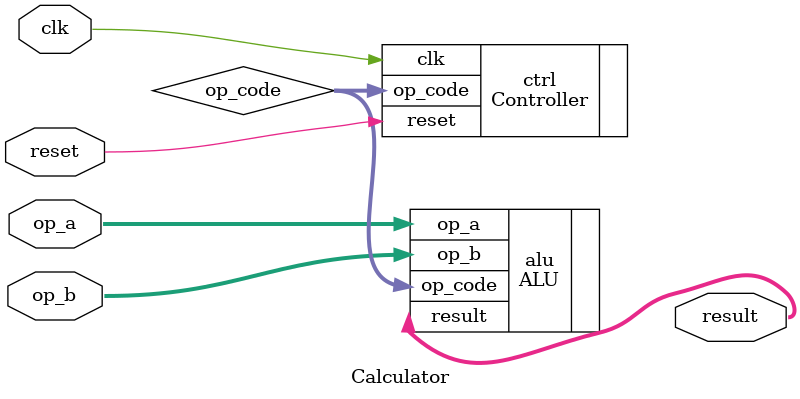
<source format=v>
module Calculator #(parameter WIDTH = 8) (
    input [WIDTH-1:0] op_a,
    input [WIDTH-1:0] op_b,
    input clk,
    input reset,
    output [WIDTH-1:0] result
);
    wire [1:0] op_code;

    Controller ctrl (
        .clk(clk),
        .reset(reset),
        .op_code(op_code)
    );

    ALU #(WIDTH) alu (
        .op_a(op_a),
        .op_b(op_b),
        .op_code(op_code),
        .result(result)
    );
endmodule

</source>
